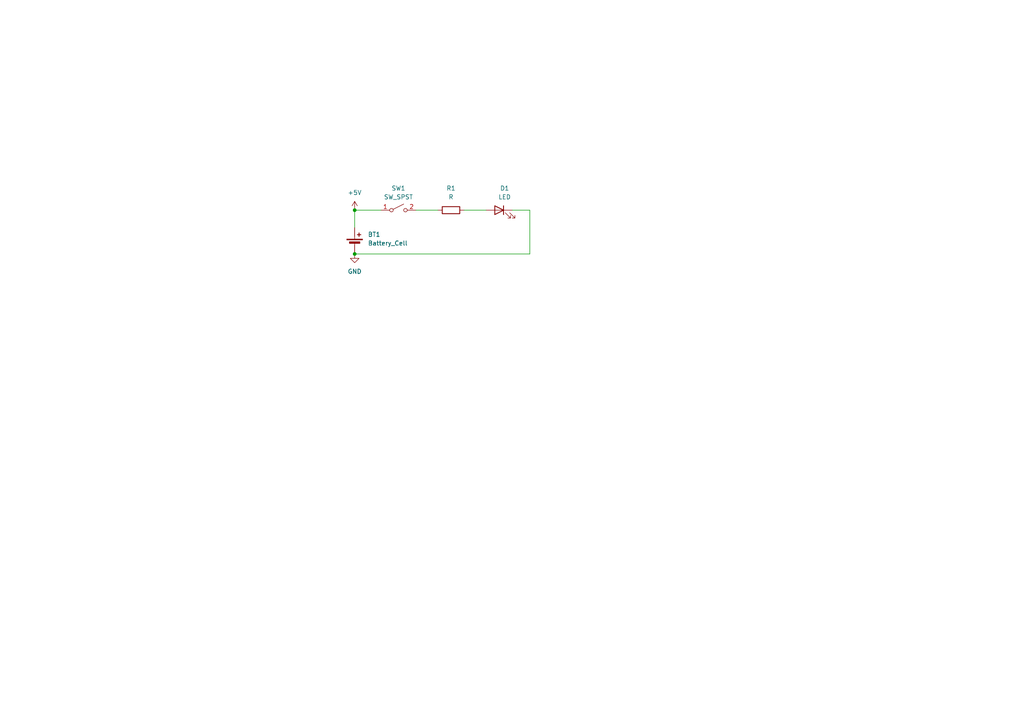
<source format=kicad_sch>
(kicad_sch (version 20231120) (generator "eeschema") (generator_version "8.0")
  (paper "A4")
  (lib_symbols
    (symbol "Device:Battery_Cell" (pin_numbers hide) (pin_names (offset 0) hide)
      (property "Reference" "BT" (at 2.54 2.54 0))
      (property "Value" "Battery_Cell" (at 2.54 0 0))
      (symbol "Battery_Cell_0_1"
        (rectangle (start -2.286 1.778) (end 2.286 1.524) (fill (type outline)))
        (rectangle (start -1.524 1.016) (end 1.524 0.508) (fill (type outline)))
        (polyline (pts (xy 0 0.762) (xy 0 0)))
        (polyline (pts (xy 0 1.778) (xy 0 2.54)))
        (polyline (pts (xy 0.762 3.048) (xy 1.778 3.048)) (stroke (width 0.254)))
        (polyline (pts (xy 1.27 3.556) (xy 1.27 2.54)) (stroke (width 0.254)))
      )
      (symbol "Battery_Cell_1_1"
        (pin passive line (at 0 5.08 270) (length 2.54) (name "+") (number "1"))
        (pin passive line (at 0 -2.54 90) (length 2.54) (name "-") (number "2"))
      )
    )
    (symbol "Device:LED" (pin_numbers hide) (pin_names (offset 1.016) hide)
      (property "Reference" "D" (at 0 2.54 0))
      (property "Value" "LED" (at 0 -2.54 0))
      (symbol "LED_0_1"
        (polyline (pts (xy -1.27 -1.27) (xy -1.27 1.27)) (stroke (width 0.254)))
        (polyline (pts (xy -1.27 0) (xy 1.27 0)))
        (polyline (pts (xy 1.27 -1.27) (xy 1.27 1.27) (xy -1.27 0) (xy 1.27 -1.27)) (stroke (width 0.254)))
        (polyline (pts (xy -3.048 -0.762) (xy -4.572 -2.286) (xy -3.81 -2.286) (xy -4.572 -2.286) (xy -4.572 -1.524)))
        (polyline (pts (xy -1.778 -0.762) (xy -3.302 -2.286) (xy -2.54 -2.286) (xy -3.302 -2.286) (xy -3.302 -1.524)))
      )
      (symbol "LED_1_1"
        (pin passive line (at -3.81 0 0) (length 2.54) (name "K") (number "1"))
        (pin passive line (at 3.81 0 180) (length 2.54) (name "A") (number "2"))
      )
    )
    (symbol "Device:R" (pin_numbers hide) (pin_names (offset 0))
      (property "Reference" "R" (at 2.032 0 90))
      (property "Value" "R" (at 0 0 90))
      (symbol "R_0_1"
        (rectangle (start -1.016 -2.54) (end 1.016 2.54) (stroke (width 0.254)))
      )
      (symbol "R_1_1"
        (pin passive line (at 0 3.81 270) (length 1.27) (name "~") (number "1"))
        (pin passive line (at 0 -3.81 90) (length 1.27) (name "~") (number "2"))
      )
    )
    (symbol "Switch:SW_SPST" (pin_names (offset 0) hide)
      (property "Reference" "SW" (at 0 3.175 0))
      (property "Value" "SW_SPST" (at 0 -2.54 0))
      (symbol "SW_SPST_0_0"
        (circle (center -2.032 0) (radius 0.508))
        (polyline (pts (xy -1.524 0.254) (xy 1.524 1.778)))
        (circle (center 2.032 0) (radius 0.508))
      )
      (symbol "SW_SPST_1_1"
        (pin passive line (at -5.08 0 0) (length 2.54) (name "A") (number "1"))
        (pin passive line (at 5.08 0 180) (length 2.54) (name "B") (number "2"))
      )
    )
    (symbol "power:+5V" (power) (pin_numbers hide) (pin_names (offset 0) hide)
      (property "Value" "+5V" (at 0 3.556 0))
      (symbol "+5V_0_1"
        (polyline (pts (xy -0.762 1.27) (xy 0 2.54)))
        (polyline (pts (xy 0 0) (xy 0 2.54)))
        (polyline (pts (xy 0 2.54) (xy 0.762 1.27)))
      )
      (symbol "+5V_1_1"
        (pin power_in line (at 0 0 90) (length 0) (name "~") (number "1"))
      )
    )
    (symbol "power:GND" (power) (pin_numbers hide) (pin_names (offset 0) hide)
      (property "Value" "GND" (at 0 -3.81 0))
      (symbol "GND_0_1"
        (polyline (pts (xy 0 0) (xy 0 -1.27) (xy 1.27 -1.27) (xy 0 -2.54) (xy -1.27 -1.27) (xy 0 -1.27)))
      )
      (symbol "GND_1_1"
        (pin power_in line (at 0 0 270) (length 0) (name "~") (number "1"))
      )
    )
  )
  (junction (at 102.87 73.66))
  (junction (at 102.87 60.96))
  (wire (pts (xy 153.67 73.66) (xy 102.87 73.66)))
  (wire (pts (xy 153.67 60.96) (xy 153.67 73.66)))
  (wire (pts (xy 110.49 60.96) (xy 102.87 60.96)))
  (wire (pts (xy 120.65 60.96) (xy 127 60.96)))
  (wire (pts (xy 134.62 60.96) (xy 140.97 60.96)))
  (wire (pts (xy 102.87 60.96) (xy 102.87 66.04)))
  (wire (pts (xy 148.59 60.96) (xy 153.67 60.96)))
  (symbol (lib_id "Device:R") (at 130.81 60.96 90) (unit 1)
    (property "Reference" "R1" (at 130.81 54.61 90))
    (property "Value" "R" (at 130.81 57.15 90))
    (property "Description" "Resistor" (effects (hide yes)))
  )
  (symbol (lib_id "Device:LED") (at 144.78 60.96 0) (mirror y) (unit 1)
    (property "Reference" "D1" (at 146.3675 54.61 0))
    (property "Value" "LED" (at 146.3675 57.15 0))
    (property "Description" "Light emitting diode" (effects (hide yes)))
  )
  (symbol (lib_id "Device:Battery_Cell") (at 102.87 71.12 0) (unit 1)
    (property "Reference" "BT1" (at 106.68 68.0084 0) (effects (justify left)))
    (property "Value" "Battery_Cell" (at 106.68 70.5484 0) (effects (justify left)))
    (property "Description" "Single-cell battery" (effects (hide yes)))
  )
  (symbol (lib_id "power:+5V") (at 102.87 60.96 0) (unit 1)
    (property "Reference" "#PWR01" (effects (hide yes)))
    (property "Value" "+5V" (at 102.87 55.88 0))
    (property "Description" "Power symbol creates a global label with name \"+5V\"" (effects (hide yes)))
  )
  (symbol (lib_id "Switch:SW_SPST") (at 115.57 60.96 0) (unit 1)
    (property "Reference" "SW1" (at 115.57 54.61 0))
    (property "Value" "SW_SPST" (at 115.57 57.15 0))
    (property "Description" "Single Pole Single Throw (SPST) switch" (effects (hide yes)))
  )
  (symbol (lib_id "power:GND") (at 102.87 73.66 0) (unit 1)
    (property "Reference" "#PWR02" (effects (hide yes)))
    (property "Value" "GND" (at 102.87 78.74 0))
    (property "Description" "Power symbol creates a global label with name \"GND\" , ground" (effects (hide yes)))
  )
)
</source>
